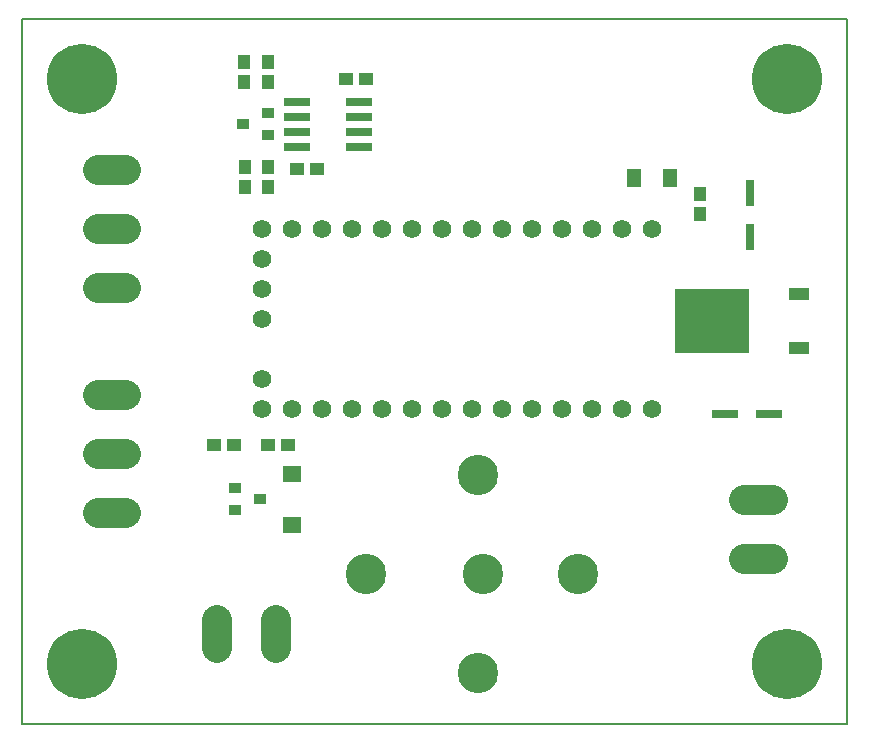
<source format=gts>
G75*
%MOIN*%
%OFA0B0*%
%FSLAX25Y25*%
%IPPOS*%
%LPD*%
%AMOC8*
5,1,8,0,0,1.08239X$1,22.5*
%
%ADD10C,0.00800*%
%ADD11R,0.09100X0.02800*%
%ADD12R,0.04337X0.04731*%
%ADD13R,0.04731X0.04337*%
%ADD14R,0.03943X0.03550*%
%ADD15R,0.24809X0.21660*%
%ADD16R,0.06699X0.04337*%
%ADD17R,0.02959X0.09061*%
%ADD18R,0.09061X0.02959*%
%ADD19C,0.06200*%
%ADD20R,0.05124X0.05912*%
%ADD21C,0.23400*%
%ADD22C,0.09849*%
%ADD23C,0.13455*%
%ADD24R,0.06187X0.05400*%
D10*
X0001500Y0001500D02*
X0276500Y0001500D01*
X0276500Y0236500D01*
X0001500Y0236500D01*
X0001500Y0001500D01*
D11*
X0093200Y0194000D03*
X0093200Y0199000D03*
X0093200Y0204000D03*
X0093200Y0209000D03*
X0113800Y0209000D03*
X0113800Y0204000D03*
X0113800Y0199000D03*
X0113800Y0194000D03*
D12*
X0083500Y0187346D03*
X0083500Y0180654D03*
X0076000Y0180654D03*
X0076000Y0187346D03*
X0075500Y0215654D03*
X0075500Y0222346D03*
X0083500Y0222346D03*
X0083500Y0215654D03*
X0227500Y0178346D03*
X0227500Y0171654D03*
D13*
X0116346Y0216500D03*
X0109654Y0216500D03*
X0099846Y0186500D03*
X0093154Y0186500D03*
X0090346Y0094500D03*
X0083654Y0094500D03*
X0072346Y0094500D03*
X0065654Y0094500D03*
D14*
X0072563Y0080240D03*
X0072563Y0072760D03*
X0080831Y0076500D03*
X0083437Y0197760D03*
X0083437Y0205240D03*
X0075169Y0201500D03*
D15*
X0231657Y0136000D03*
D16*
X0260398Y0127024D03*
X0260398Y0144976D03*
D17*
X0244213Y0164020D03*
X0244213Y0178587D03*
D18*
X0250587Y0104787D03*
X0236020Y0104787D03*
D19*
X0211500Y0106500D03*
X0201500Y0106500D03*
X0191500Y0106500D03*
X0181500Y0106500D03*
X0171500Y0106500D03*
X0161500Y0106500D03*
X0151500Y0106500D03*
X0141500Y0106500D03*
X0131500Y0106500D03*
X0121500Y0106500D03*
X0111500Y0106500D03*
X0101500Y0106500D03*
X0091500Y0106500D03*
X0081500Y0106500D03*
X0081500Y0116500D03*
X0081500Y0136500D03*
X0081500Y0146500D03*
X0081500Y0156500D03*
X0081500Y0166500D03*
X0091500Y0166500D03*
X0101500Y0166500D03*
X0111500Y0166500D03*
X0121500Y0166500D03*
X0131500Y0166500D03*
X0141500Y0166500D03*
X0151500Y0166500D03*
X0161500Y0166500D03*
X0171500Y0166500D03*
X0181500Y0166500D03*
X0191500Y0166500D03*
X0201500Y0166500D03*
X0211500Y0166500D03*
D20*
X0205594Y0183500D03*
X0217406Y0183500D03*
D21*
X0256500Y0216500D03*
X0256500Y0021500D03*
X0021500Y0021500D03*
X0021500Y0216500D03*
D22*
X0026776Y0186343D02*
X0036224Y0186343D01*
X0036224Y0166657D02*
X0026776Y0166657D01*
X0026776Y0146972D02*
X0036224Y0146972D01*
X0036224Y0111343D02*
X0026776Y0111343D01*
X0026776Y0091657D02*
X0036224Y0091657D01*
X0036224Y0071972D02*
X0026776Y0071972D01*
X0066657Y0036224D02*
X0066657Y0026776D01*
X0086343Y0026776D02*
X0086343Y0036224D01*
X0242276Y0056657D02*
X0251724Y0056657D01*
X0251724Y0076343D02*
X0242276Y0076343D01*
D23*
X0186736Y0051500D03*
X0155240Y0051500D03*
X0153665Y0018429D03*
X0116264Y0051500D03*
X0153665Y0084571D03*
D24*
X0091500Y0084965D03*
X0091500Y0068035D03*
M02*

</source>
